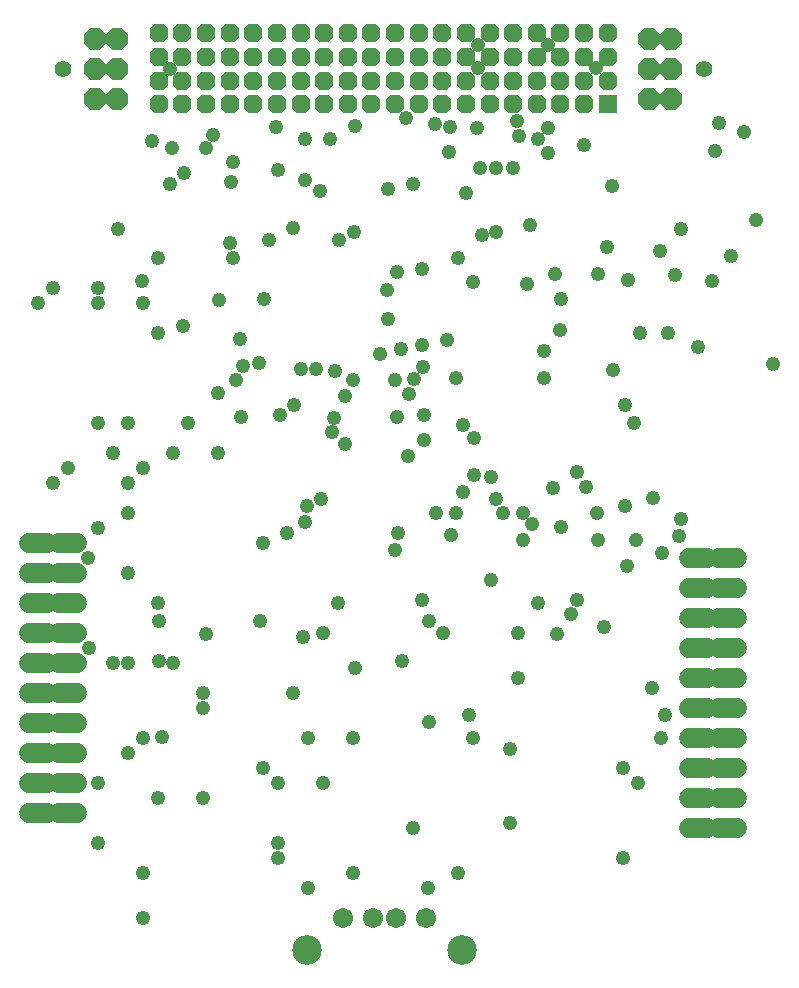
<source format=gbs>
G75*
%MOIN*%
%OFA0B0*%
%FSLAX25Y25*%
%IPPOS*%
%LPD*%
%AMOC8*
5,1,8,0,0,1.08239X$1,22.5*
%
%ADD10C,0.06800*%
%ADD11C,0.05524*%
%ADD12OC8,0.07296*%
%ADD13R,0.06186X0.06186*%
%ADD14OC8,0.06186*%
%ADD15C,0.06737*%
%ADD16C,0.09855*%
%ADD17C,0.04762*%
D10*
X0042000Y0090950D02*
X0048000Y0090950D01*
X0052000Y0090950D02*
X0058000Y0090950D01*
X0058000Y0100950D02*
X0052000Y0100950D01*
X0048000Y0100950D02*
X0042000Y0100950D01*
X0042000Y0110950D02*
X0048000Y0110950D01*
X0052000Y0110950D02*
X0058000Y0110950D01*
X0058000Y0120950D02*
X0052000Y0120950D01*
X0048000Y0120950D02*
X0042000Y0120950D01*
X0042000Y0130950D02*
X0048000Y0130950D01*
X0052000Y0130950D02*
X0058000Y0130950D01*
X0058000Y0140950D02*
X0052000Y0140950D01*
X0048000Y0140950D02*
X0042000Y0140950D01*
X0042000Y0150950D02*
X0048000Y0150950D01*
X0052000Y0150950D02*
X0058000Y0150950D01*
X0058000Y0160950D02*
X0052000Y0160950D01*
X0048000Y0160950D02*
X0042000Y0160950D01*
X0042000Y0170950D02*
X0048000Y0170950D01*
X0052000Y0170950D02*
X0058000Y0170950D01*
X0058000Y0180950D02*
X0052000Y0180950D01*
X0048000Y0180950D02*
X0042000Y0180950D01*
X0262000Y0175950D02*
X0268000Y0175950D01*
X0272000Y0175950D02*
X0278000Y0175950D01*
X0278000Y0165950D02*
X0272000Y0165950D01*
X0268000Y0165950D02*
X0262000Y0165950D01*
X0262000Y0155950D02*
X0268000Y0155950D01*
X0272000Y0155950D02*
X0278000Y0155950D01*
X0278000Y0145950D02*
X0272000Y0145950D01*
X0268000Y0145950D02*
X0262000Y0145950D01*
X0262000Y0135950D02*
X0268000Y0135950D01*
X0272000Y0135950D02*
X0278000Y0135950D01*
X0278000Y0125950D02*
X0272000Y0125950D01*
X0268000Y0125950D02*
X0262000Y0125950D01*
X0262000Y0115950D02*
X0268000Y0115950D01*
X0272000Y0115950D02*
X0278000Y0115950D01*
X0278000Y0105950D02*
X0272000Y0105950D01*
X0268000Y0105950D02*
X0262000Y0105950D01*
X0262000Y0095950D02*
X0268000Y0095950D01*
X0272000Y0095950D02*
X0278000Y0095950D01*
X0278000Y0085950D02*
X0272000Y0085950D01*
X0268000Y0085950D02*
X0262000Y0085950D01*
D11*
X0266870Y0338942D03*
X0053130Y0338942D03*
D12*
X0063996Y0339060D03*
X0063996Y0329060D03*
X0071398Y0329060D03*
X0071398Y0339060D03*
X0071398Y0349060D03*
X0063996Y0349060D03*
X0248602Y0349056D03*
X0256004Y0349056D03*
X0256004Y0339056D03*
X0256004Y0329056D03*
X0248602Y0329056D03*
X0248602Y0339056D03*
D13*
X0234803Y0327249D03*
D14*
X0234803Y0335123D03*
X0226929Y0335123D03*
X0226929Y0327249D03*
X0219055Y0327249D03*
X0219055Y0335123D03*
X0211181Y0335123D03*
X0211181Y0327249D03*
X0203307Y0327249D03*
X0195433Y0327249D03*
X0195433Y0335123D03*
X0203307Y0335123D03*
X0203307Y0342997D03*
X0195433Y0342997D03*
X0195433Y0350871D03*
X0203307Y0350871D03*
X0211181Y0350871D03*
X0211181Y0342997D03*
X0219055Y0342997D03*
X0226929Y0342997D03*
X0226929Y0350871D03*
X0219055Y0350871D03*
X0234803Y0350871D03*
X0234803Y0342997D03*
X0187559Y0342997D03*
X0179685Y0342997D03*
X0179685Y0350871D03*
X0187559Y0350871D03*
X0187559Y0335123D03*
X0187559Y0327249D03*
X0179685Y0327249D03*
X0179685Y0335123D03*
X0171811Y0335123D03*
X0171811Y0327249D03*
X0163937Y0327249D03*
X0163937Y0335123D03*
X0156063Y0335123D03*
X0156063Y0327249D03*
X0148189Y0327249D03*
X0148189Y0335123D03*
X0140315Y0335123D03*
X0140315Y0327249D03*
X0132441Y0327249D03*
X0132441Y0335123D03*
X0124567Y0335123D03*
X0124567Y0327249D03*
X0116693Y0327249D03*
X0108819Y0327249D03*
X0108819Y0335123D03*
X0116693Y0335123D03*
X0116693Y0342997D03*
X0124567Y0342997D03*
X0124567Y0350871D03*
X0116693Y0350871D03*
X0108819Y0350871D03*
X0108819Y0342997D03*
X0100945Y0342997D03*
X0093071Y0342997D03*
X0093071Y0350871D03*
X0100945Y0350871D03*
X0100945Y0335123D03*
X0100945Y0327249D03*
X0093071Y0327249D03*
X0093071Y0335123D03*
X0085197Y0335123D03*
X0085197Y0327249D03*
X0085197Y0342997D03*
X0085197Y0350871D03*
X0132441Y0350871D03*
X0132441Y0342997D03*
X0140315Y0342997D03*
X0140315Y0350871D03*
X0148189Y0350871D03*
X0148189Y0342997D03*
X0156063Y0342997D03*
X0156063Y0350871D03*
X0163937Y0350871D03*
X0163937Y0342997D03*
X0171811Y0342997D03*
X0171811Y0350871D03*
D15*
X0174230Y0056142D03*
X0164387Y0056142D03*
X0156513Y0056142D03*
X0146670Y0056142D03*
D16*
X0134584Y0045472D03*
X0186316Y0045472D03*
D17*
X0065000Y0080950D03*
X0080000Y0070950D03*
X0080000Y0055950D03*
X0085000Y0095950D03*
X0075000Y0110950D03*
X0080000Y0115950D03*
X0086375Y0116275D03*
X0100000Y0125950D03*
X0100000Y0130950D03*
X0090000Y0140950D03*
X0085250Y0141700D03*
X0075000Y0140950D03*
X0070000Y0140950D03*
X0061800Y0145950D03*
X0085250Y0155200D03*
X0085000Y0160950D03*
X0075000Y0170950D03*
X0061575Y0175950D03*
X0065000Y0185950D03*
X0075000Y0190950D03*
X0075000Y0200950D03*
X0080000Y0205950D03*
X0090000Y0210950D03*
X0095000Y0220950D03*
X0105000Y0230950D03*
X0110900Y0235300D03*
X0113150Y0240025D03*
X0118425Y0240900D03*
X0112250Y0249025D03*
X0105275Y0262075D03*
X0110000Y0275950D03*
X0108875Y0281200D03*
X0121925Y0282100D03*
X0130025Y0285925D03*
X0139025Y0298525D03*
X0133850Y0302125D03*
X0124775Y0305500D03*
X0134075Y0315625D03*
X0142400Y0315850D03*
X0150725Y0319900D03*
X0167600Y0322600D03*
X0177275Y0320575D03*
X0182225Y0319675D03*
X0182000Y0311350D03*
X0191225Y0319450D03*
X0192350Y0305950D03*
X0197750Y0305950D03*
X0203375Y0305950D03*
X0205400Y0316750D03*
X0204725Y0321700D03*
X0211475Y0315850D03*
X0215075Y0319450D03*
X0215000Y0310950D03*
X0227000Y0313600D03*
X0236225Y0300100D03*
X0234650Y0279850D03*
X0231500Y0270850D03*
X0241625Y0268825D03*
X0252200Y0278500D03*
X0257375Y0270400D03*
X0269750Y0268375D03*
X0276050Y0276700D03*
X0284375Y0288850D03*
X0270725Y0311625D03*
X0271775Y0321025D03*
X0280325Y0318100D03*
X0259400Y0285700D03*
X0255000Y0250950D03*
X0245450Y0251050D03*
X0236450Y0238675D03*
X0240500Y0227200D03*
X0243650Y0220900D03*
X0227675Y0199750D03*
X0224750Y0204700D03*
X0216425Y0199300D03*
X0206750Y0191200D03*
X0209675Y0187375D03*
X0206750Y0182200D03*
X0200000Y0191200D03*
X0197750Y0195700D03*
X0195950Y0202900D03*
X0190100Y0203800D03*
X0186500Y0197950D03*
X0184250Y0191200D03*
X0177750Y0190950D03*
X0182450Y0183550D03*
X0195950Y0168700D03*
X0211475Y0161050D03*
X0222500Y0157450D03*
X0224750Y0161950D03*
X0233750Y0152950D03*
X0218000Y0150700D03*
X0205000Y0150950D03*
X0205000Y0135950D03*
X0190000Y0115950D03*
X0188750Y0123700D03*
X0175250Y0121450D03*
X0166250Y0141700D03*
X0150500Y0139450D03*
X0140000Y0150950D03*
X0133175Y0149575D03*
X0119000Y0155200D03*
X0101000Y0150700D03*
X0130000Y0130950D03*
X0135000Y0115950D03*
X0150000Y0115950D03*
X0140000Y0100950D03*
X0125000Y0100950D03*
X0120000Y0105950D03*
X0100000Y0095950D03*
X0125000Y0080950D03*
X0125000Y0075950D03*
X0135000Y0065950D03*
X0150000Y0070950D03*
X0170000Y0085950D03*
X0185000Y0070950D03*
X0175000Y0065950D03*
X0202250Y0087700D03*
X0202250Y0112450D03*
X0180000Y0150950D03*
X0175250Y0155200D03*
X0173000Y0161950D03*
X0163875Y0178700D03*
X0164900Y0184450D03*
X0168275Y0209875D03*
X0173450Y0215275D03*
X0173450Y0223600D03*
X0168500Y0230575D03*
X0170175Y0235725D03*
X0173225Y0239575D03*
X0172775Y0247000D03*
X0165800Y0245650D03*
X0159050Y0244075D03*
X0163775Y0235300D03*
X0164675Y0223150D03*
X0147350Y0229900D03*
X0150050Y0235300D03*
X0143975Y0238450D03*
X0137450Y0238900D03*
X0132500Y0239125D03*
X0130250Y0227200D03*
X0125525Y0223600D03*
X0112475Y0222925D03*
X0105000Y0210950D03*
X0120000Y0180950D03*
X0128000Y0184450D03*
X0134075Y0188050D03*
X0134750Y0193450D03*
X0139250Y0195700D03*
X0147125Y0213925D03*
X0142850Y0217975D03*
X0143750Y0222700D03*
X0161525Y0255775D03*
X0161125Y0265225D03*
X0164675Y0271300D03*
X0173000Y0272425D03*
X0185000Y0275950D03*
X0189875Y0267925D03*
X0193025Y0283675D03*
X0197525Y0284800D03*
X0187625Y0297625D03*
X0169775Y0300725D03*
X0161525Y0298975D03*
X0150400Y0284600D03*
X0145325Y0281875D03*
X0120350Y0262525D03*
X0093125Y0253525D03*
X0085000Y0250950D03*
X0080000Y0260950D03*
X0079625Y0268375D03*
X0085000Y0275950D03*
X0071750Y0285700D03*
X0065000Y0265950D03*
X0065000Y0260950D03*
X0050000Y0265950D03*
X0045000Y0260950D03*
X0065000Y0220950D03*
X0070000Y0210950D03*
X0075000Y0220950D03*
X0055000Y0205950D03*
X0050000Y0200950D03*
X0065000Y0100950D03*
X0145000Y0160950D03*
X0190100Y0215950D03*
X0186500Y0220450D03*
X0184250Y0236200D03*
X0181325Y0248575D03*
X0207875Y0267250D03*
X0217325Y0270850D03*
X0219350Y0262525D03*
X0218900Y0251950D03*
X0213500Y0245200D03*
X0213500Y0236200D03*
X0240500Y0193450D03*
X0231275Y0191200D03*
X0231500Y0182200D03*
X0241175Y0173425D03*
X0244100Y0181975D03*
X0252875Y0177700D03*
X0258725Y0183325D03*
X0259325Y0189100D03*
X0250000Y0195950D03*
X0219100Y0186400D03*
X0249500Y0132700D03*
X0254000Y0123700D03*
X0252750Y0115950D03*
X0240000Y0105950D03*
X0245000Y0100950D03*
X0240000Y0075950D03*
X0290000Y0240700D03*
X0264800Y0246325D03*
X0208775Y0287050D03*
X0191450Y0339250D03*
X0191450Y0346900D03*
X0215075Y0346900D03*
X0230825Y0339250D03*
X0124175Y0319675D03*
X0110000Y0308200D03*
X0109100Y0301225D03*
X0101000Y0312700D03*
X0103250Y0317200D03*
X0093575Y0304375D03*
X0089075Y0300775D03*
X0089525Y0312700D03*
X0083000Y0314950D03*
X0089075Y0339025D03*
M02*

</source>
